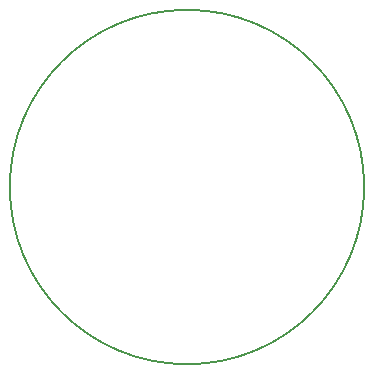
<source format=gm1>
G04*
G04 #@! TF.GenerationSoftware,Altium Limited,Altium Designer,21.2.2 (38)*
G04*
G04 Layer_Color=16711935*
%FSLAX24Y24*%
%MOIN*%
G70*
G04*
G04 #@! TF.SameCoordinates,E4E59F50-D763-4BE6-A9F8-BCED566C8010*
G04*
G04*
G04 #@! TF.FilePolarity,Positive*
G04*
G01*
G75*
%ADD11C,0.0059*%
D11*
X11841Y5930D02*
G03*
X11841Y5930I-5906J0D01*
G01*
D02*
G03*
X11841Y5930I-5906J0D01*
G01*
M02*

</source>
